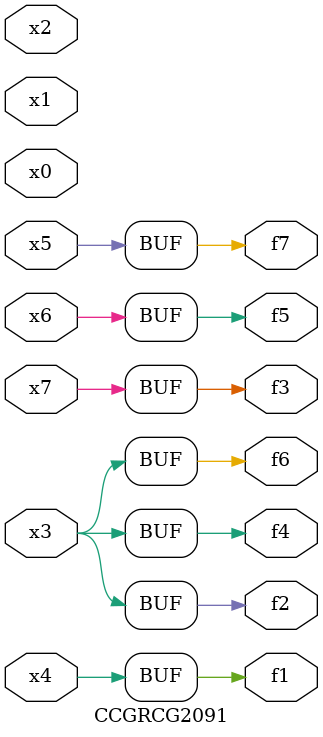
<source format=v>
module CCGRCG2091(
	input x0, x1, x2, x3, x4, x5, x6, x7,
	output f1, f2, f3, f4, f5, f6, f7
);
	assign f1 = x4;
	assign f2 = x3;
	assign f3 = x7;
	assign f4 = x3;
	assign f5 = x6;
	assign f6 = x3;
	assign f7 = x5;
endmodule

</source>
